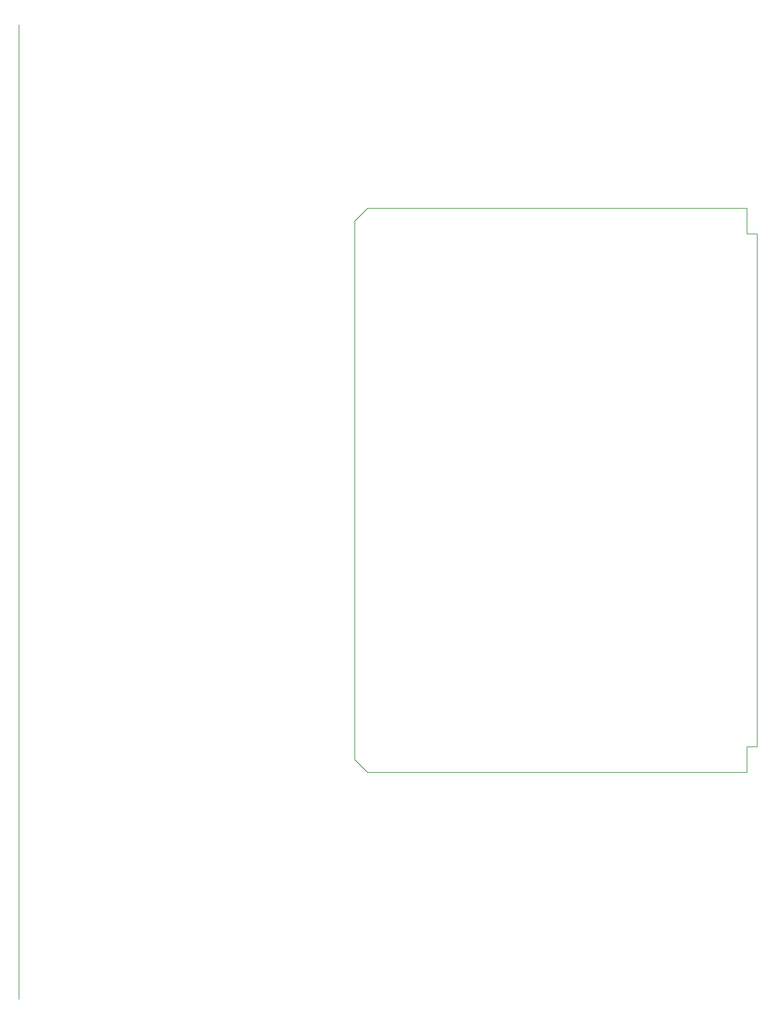
<source format=gm1>
G04 Layer_Color=16711935*
%FSLAX24Y24*%
%MOIN*%
G70*
G01*
G75*
%ADD62C,0.0100*%
D62*
X0Y84646D02*
X1969Y86614D01*
X0Y1969D02*
X1969Y0D01*
X60236Y3937D02*
X61811D01*
X60236Y0D02*
Y3937D01*
Y82677D02*
Y86614D01*
X0Y1969D02*
Y84646D01*
X-51575Y-34843D02*
Y114764D01*
X61811Y3937D02*
Y82677D01*
X1969Y86614D02*
X60236D01*
X1969Y0D02*
X60236D01*
Y82677D02*
X61811D01*
M02*

</source>
